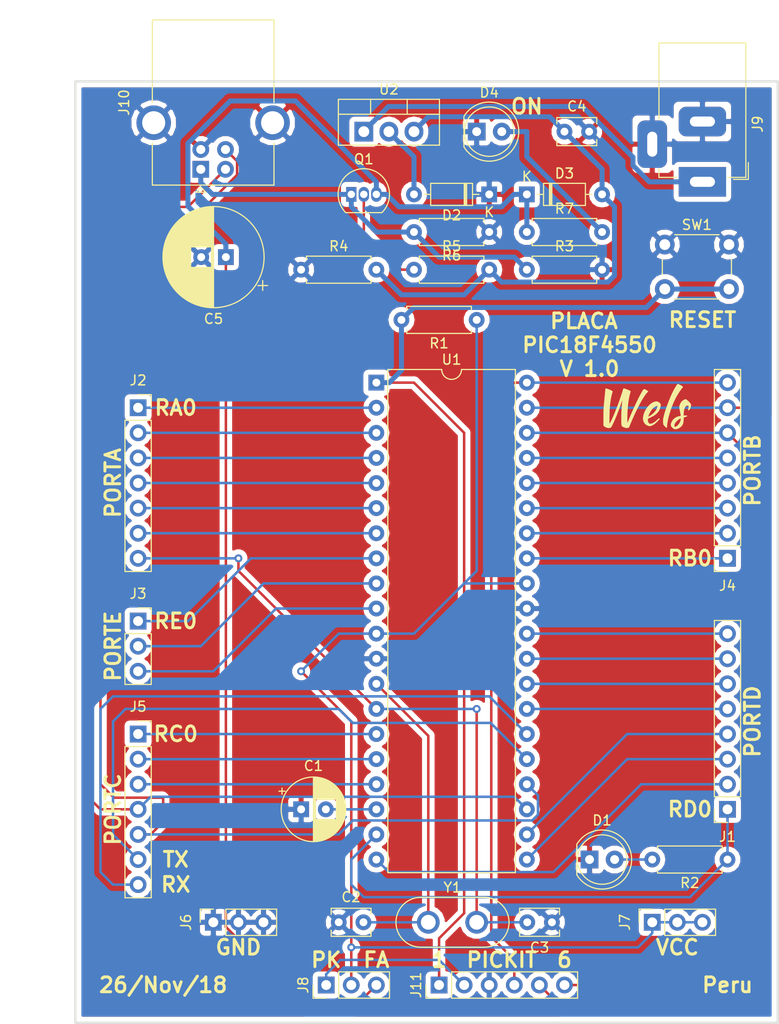
<source format=kicad_pcb>
(kicad_pcb (version 20171130) (host pcbnew "(5.0.0)")
  (layers (0 F.Cu signal) (31 B.Cu signal) (34 B.Paste user hide) (35 F.Paste user) (36 B.SilkS user) (37 F.SilkS user hide) (38 B.Mask user) (39 F.Mask user) (44 Edge.Cuts user))
  (net 0 "")
  (net 1 GND)
  (net 2 "Net-(C1-Pad2)")
  (net 3 /OS1)
  (net 4 /OS2)
  (net 5 "Net-(C4-Pad1)")
  (net 6 /Vc)
  (net 7 "Net-(D1-Pad2)")
  (net 8 "Net-(D2-Pad2)")
  (net 9 "Net-(D4-Pad2)")
  (net 10 /RD0)
  (net 11 /RD1)
  (net 12 /RD2)
  (net 13 /RD3)
  (net 14 /RD4)
  (net 15 /RD5)
  (net 16 /RD6)
  (net 17 /RD7)
  (net 18 /RA5)
  (net 19 /RA4)
  (net 20 /RA3)
  (net 21 /RA2)
  (net 22 /RA1)
  (net 23 /RA0)
  (net 24 /RE0)
  (net 25 /RE1)
  (net 26 /RE2)
  (net 27 /RB7)
  (net 28 /RB6)
  (net 29 /RB5)
  (net 30 /RB4)
  (net 31 /RB3)
  (net 32 /RB2)
  (net 33 /RB1)
  (net 34 /RB0)
  (net 35 /RC0)
  (net 36 /RC1)
  (net 37 /RC2)
  (net 38 /RC4)
  (net 39 /RC5)
  (net 40 /RC6)
  (net 41 /RC7)
  (net 42 VCC)
  (net 43 /V+)
  (net 44 "Net-(J9-Pad1)")
  (net 45 /VUSB)
  (net 46 /MCLR)
  (net 47 "Net-(Q1-Pad2)")
  (module Capacitor_THT:CP_Radial_D6.3mm_P2.50mm (layer F.Cu) (at 74.93 135.89)
    (fp_text reference C1 (at 1.25 -4.4) (layer F.SilkS))
    (fp_text value 47uF)
    (pad 1 thru_hole rect (at 0 0) (size 1.6 1.6) (drill 0.8) (layers *.Cu *.Mask) (net 1 GND))
    (pad 2 thru_hole circle (at 2.5 0) (size 1.6 1.6) (drill 0.8) (layers *.Cu *.Mask) (net 2 "Net-(C1-Pad2)"))
  )
  (module Capacitor_THT:C_Disc_D3.8mm_W2.6mm_P2.50mm (layer F.Cu) (at 78.74 147.32)
    (fp_text reference C2 (at 1.25 -2.55) (layer F.SilkS))
    (fp_text value 15pF)
    (pad 2 thru_hole circle (at 2.5 0) (size 1.6 1.6) (drill 0.8) (layers *.Cu *.Mask) (net 3 /OS1))
    (pad 1 thru_hole circle (at 0 0) (size 1.6 1.6) (drill 0.8) (layers *.Cu *.Mask) (net 1 GND))
  )
  (module Capacitor_THT:C_Disc_D3.8mm_W2.6mm_P2.50mm (layer F.Cu) (at 100.33 147.32 180)
    (fp_text reference C3 (at 1.25 -2.55 180) (layer F.SilkS))
    (fp_text value 15pF)
    (pad 1 thru_hole circle (at 0 0 180) (size 1.6 1.6) (drill 0.8) (layers *.Cu *.Mask) (net 1 GND))
    (pad 2 thru_hole circle (at 2.5 0 180) (size 1.6 1.6) (drill 0.8) (layers *.Cu *.Mask) (net 4 /OS2))
  )
  (module Capacitor_THT:C_Disc_D3.8mm_W2.6mm_P2.50mm (layer F.Cu) (at 101.6 67.31)
    (fp_text reference C4 (at 1.25 -2.55) (layer F.SilkS))
    (fp_text value 100nF)
    (pad 1 thru_hole circle (at 0 0) (size 1.6 1.6) (drill 0.8) (layers *.Cu *.Mask) (net 5 "Net-(C4-Pad1)"))
    (pad 2 thru_hole circle (at 2.5 0) (size 1.6 1.6) (drill 0.8) (layers *.Cu *.Mask) (net 1 GND))
  )
  (module LED_THT:LED_D5.0mm (layer F.Cu) (at 104.14 140.97)
    (fp_text reference D1 (at 1.27 -3.96) (layer F.SilkS))
    (fp_text value LED)
    (pad 1 thru_hole rect (at 0 0) (size 1.8 1.8) (drill 0.9) (layers *.Cu *.Mask) (net 1 GND))
    (pad 2 thru_hole circle (at 2.54 0) (size 1.8 1.8) (drill 0.9) (layers *.Cu *.Mask) (net 7 "Net-(D1-Pad2)"))
  )
  (module Diode_THT:D_DO-35_SOD27_P7.62mm_Horizontal (layer F.Cu) (at 93.98 73.66 180)
    (fp_text reference D2 (at 3.81 -2.12 180) (layer F.SilkS))
    (fp_text value 1N4148)
    (fp_text user K (at 0 -1.8 180) (layer F.SilkS))
    (pad 1 thru_hole rect (at 0 0 180) (size 1.6 1.6) (drill 0.8) (layers *.Cu *.Mask) (net 1 GND))
    (pad 2 thru_hole oval (at 7.62 0 180) (size 1.6 1.6) (drill 0.8) (layers *.Cu *.Mask) (net 8 "Net-(D2-Pad2)"))
  )
  (module Diode_THT:D_DO-35_SOD27_P7.62mm_Horizontal (layer F.Cu) (at 97.79 73.66)
    (fp_text reference D3 (at 3.81 -2.12) (layer F.SilkS))
    (fp_text value 1N4148)
    (fp_text user K (at 0 -1.8) (layer F.SilkS))
    (pad 2 thru_hole oval (at 7.62 0) (size 1.6 1.6) (drill 0.8) (layers *.Cu *.Mask) (net 5 "Net-(C4-Pad1)"))
    (pad 1 thru_hole rect (at 0 0) (size 1.6 1.6) (drill 0.8) (layers *.Cu *.Mask) (net 6 /Vc))
  )
  (module LED_THT:LED_D5.0mm (layer F.Cu) (at 92.71 67.31)
    (fp_text reference D4 (at 1.27 -3.96) (layer F.SilkS))
    (fp_text value LED)
    (pad 2 thru_hole circle (at 2.54 0) (size 1.8 1.8) (drill 0.9) (layers *.Cu *.Mask) (net 9 "Net-(D4-Pad2)"))
    (pad 1 thru_hole rect (at 0 0) (size 1.8 1.8) (drill 0.9) (layers *.Cu *.Mask) (net 1 GND))
  )
  (module Connector_PinSocket_2.54mm:PinSocket_1x08_P2.54mm_Vertical (layer F.Cu) (at 118.11 135.89 180)
    (fp_text reference J1 (at 0 -2.77 180) (layer F.SilkS))
    (fp_text value PORTD)
    (pad 1 thru_hole rect (at 0 0 180) (size 1.7 1.7) (drill 1) (layers *.Cu *.Mask) (net 10 /RD0))
    (pad 2 thru_hole oval (at 0 2.54 180) (size 1.7 1.7) (drill 1) (layers *.Cu *.Mask) (net 11 /RD1))
    (pad 3 thru_hole oval (at 0 5.08 180) (size 1.7 1.7) (drill 1) (layers *.Cu *.Mask) (net 12 /RD2))
    (pad 4 thru_hole oval (at 0 7.62 180) (size 1.7 1.7) (drill 1) (layers *.Cu *.Mask) (net 13 /RD3))
    (pad 5 thru_hole oval (at 0 10.16 180) (size 1.7 1.7) (drill 1) (layers *.Cu *.Mask) (net 14 /RD4))
    (pad 6 thru_hole oval (at 0 12.7 180) (size 1.7 1.7) (drill 1) (layers *.Cu *.Mask) (net 15 /RD5))
    (pad 7 thru_hole oval (at 0 15.24 180) (size 1.7 1.7) (drill 1) (layers *.Cu *.Mask) (net 16 /RD6))
    (pad 8 thru_hole oval (at 0 17.78 180) (size 1.7 1.7) (drill 1) (layers *.Cu *.Mask) (net 17 /RD7))
  )
  (module Connector_PinSocket_2.54mm:PinSocket_1x07_P2.54mm_Vertical (layer F.Cu) (at 58.42 95.25)
    (fp_text reference J2 (at 0 -2.77) (layer F.SilkS))
    (fp_text value PORTA)
    (pad 7 thru_hole oval (at 0 15.24) (size 1.7 1.7) (drill 1) (layers *.Cu *.Mask) (net 4 /OS2))
    (pad 6 thru_hole oval (at 0 12.7) (size 1.7 1.7) (drill 1) (layers *.Cu *.Mask) (net 18 /RA5))
    (pad 5 thru_hole oval (at 0 10.16) (size 1.7 1.7) (drill 1) (layers *.Cu *.Mask) (net 19 /RA4))
    (pad 4 thru_hole oval (at 0 7.62) (size 1.7 1.7) (drill 1) (layers *.Cu *.Mask) (net 20 /RA3))
    (pad 3 thru_hole oval (at 0 5.08) (size 1.7 1.7) (drill 1) (layers *.Cu *.Mask) (net 21 /RA2))
    (pad 2 thru_hole oval (at 0 2.54) (size 1.7 1.7) (drill 1) (layers *.Cu *.Mask) (net 22 /RA1))
    (pad 1 thru_hole rect (at 0 0) (size 1.7 1.7) (drill 1) (layers *.Cu *.Mask) (net 23 /RA0))
  )
  (module Connector_PinSocket_2.54mm:PinSocket_1x03_P2.54mm_Vertical (layer F.Cu) (at 58.42 116.84)
    (fp_text reference J3 (at 0 -2.77) (layer F.SilkS))
    (fp_text value PORTE)
    (pad 1 thru_hole rect (at 0 0) (size 1.7 1.7) (drill 1) (layers *.Cu *.Mask) (net 24 /RE0))
    (pad 2 thru_hole oval (at 0 2.54) (size 1.7 1.7) (drill 1) (layers *.Cu *.Mask) (net 25 /RE1))
    (pad 3 thru_hole oval (at 0 5.08) (size 1.7 1.7) (drill 1) (layers *.Cu *.Mask) (net 26 /RE2))
  )
  (module Connector_PinSocket_2.54mm:PinSocket_1x08_P2.54mm_Vertical (layer F.Cu) (at 118.11 110.49 180)
    (fp_text reference J4 (at 0 -2.77 180) (layer F.SilkS))
    (fp_text value PORTB)
    (pad 8 thru_hole oval (at 0 17.78 180) (size 1.7 1.7) (drill 1) (layers *.Cu *.Mask) (net 27 /RB7))
    (pad 7 thru_hole oval (at 0 15.24 180) (size 1.7 1.7) (drill 1) (layers *.Cu *.Mask) (net 28 /RB6))
    (pad 6 thru_hole oval (at 0 12.7 180) (size 1.7 1.7) (drill 1) (layers *.Cu *.Mask) (net 29 /RB5))
    (pad 5 thru_hole oval (at 0 10.16 180) (size 1.7 1.7) (drill 1) (layers *.Cu *.Mask) (net 30 /RB4))
    (pad 4 thru_hole oval (at 0 7.62 180) (size 1.7 1.7) (drill 1) (layers *.Cu *.Mask) (net 31 /RB3))
    (pad 3 thru_hole oval (at 0 5.08 180) (size 1.7 1.7) (drill 1) (layers *.Cu *.Mask) (net 32 /RB2))
    (pad 2 thru_hole oval (at 0 2.54 180) (size 1.7 1.7) (drill 1) (layers *.Cu *.Mask) (net 33 /RB1))
    (pad 1 thru_hole rect (at 0 0 180) (size 1.7 1.7) (drill 1) (layers *.Cu *.Mask) (net 34 /RB0))
  )
  (module Connector_PinSocket_2.54mm:PinSocket_1x07_P2.54mm_Vertical (layer F.Cu) (at 58.42 128.27)
    (fp_text reference J5 (at 0 -2.77) (layer F.SilkS))
    (fp_text value PORTC)
    (pad 1 thru_hole rect (at 0 0) (size 1.7 1.7) (drill 1) (layers *.Cu *.Mask) (net 35 /RC0))
    (pad 2 thru_hole oval (at 0 2.54) (size 1.7 1.7) (drill 1) (layers *.Cu *.Mask) (net 36 /RC1))
    (pad 3 thru_hole oval (at 0 5.08) (size 1.7 1.7) (drill 1) (layers *.Cu *.Mask) (net 37 /RC2))
    (pad 4 thru_hole oval (at 0 7.62) (size 1.7 1.7) (drill 1) (layers *.Cu *.Mask) (net 38 /RC4))
    (pad 5 thru_hole oval (at 0 10.16) (size 1.7 1.7) (drill 1) (layers *.Cu *.Mask) (net 39 /RC5))
    (pad 6 thru_hole oval (at 0 12.7) (size 1.7 1.7) (drill 1) (layers *.Cu *.Mask) (net 40 /RC6))
    (pad 7 thru_hole oval (at 0 15.24) (size 1.7 1.7) (drill 1) (layers *.Cu *.Mask) (net 41 /RC7))
  )
  (module Connector_PinSocket_2.54mm:PinSocket_1x03_P2.54mm_Vertical (layer F.Cu) (at 66.04 147.32 90)
    (fp_text reference J6 (at 0 -2.77 90) (layer F.SilkS))
    (fp_text value GND)
    (pad 1 thru_hole rect (at 0 0 90) (size 1.7 1.7) (drill 1) (layers *.Cu *.Mask) (net 1 GND))
    (pad 2 thru_hole oval (at 0 2.54 90) (size 1.7 1.7) (drill 1) (layers *.Cu *.Mask) (net 1 GND))
    (pad 3 thru_hole oval (at 0 5.08 90) (size 1.7 1.7) (drill 1) (layers *.Cu *.Mask) (net 1 GND))
  )
  (module Connector_PinSocket_2.54mm:PinSocket_1x03_P2.54mm_Vertical (layer F.Cu) (at 110.49 147.32 90)
    (fp_text reference J7 (at 0 -2.77 90) (layer F.SilkS))
    (fp_text value Vol)
    (pad 3 thru_hole oval (at 0 5.08 90) (size 1.7 1.7) (drill 1) (layers *.Cu *.Mask) (net 42 VCC))
    (pad 2 thru_hole oval (at 0 2.54 90) (size 1.7 1.7) (drill 1) (layers *.Cu *.Mask) (net 42 VCC))
    (pad 1 thru_hole rect (at 0 0 90) (size 1.7 1.7) (drill 1) (layers *.Cu *.Mask) (net 42 VCC))
  )
  (module Connector_PinHeader_2.54mm:PinHeader_1x03_P2.54mm_Vertical (layer F.Cu) (at 77.47 153.67 90)
    (fp_text reference J8 (at 0 -2.33 90) (layer F.SilkS))
    (fp_text value Volt)
    (pad 1 thru_hole rect (at 0 0 90) (size 1.7 1.7) (drill 1) (layers *.Cu *.Mask) (net 43 /V+))
    (pad 2 thru_hole oval (at 0 2.54 90) (size 1.7 1.7) (drill 1) (layers *.Cu *.Mask) (net 42 VCC))
    (pad 3 thru_hole oval (at 0 5.08 90) (size 1.7 1.7) (drill 1) (layers *.Cu *.Mask) (net 6 /Vc))
  )
  (module Connector_Audio:Jack_Horizontal (layer F.Cu) (at 115.57 72.39 270)
    (fp_text reference J9 (at -5.84 -5.59 270) (layer F.SilkS))
    (fp_text value Barrel_Jack_Switch)
    (pad 2 thru_hole roundrect (at -6.1 0 270) (size 3 4.8) (drill oval 1.02 2.54) (layers *.Cu *.Mask) (net 1 GND))
    (pad 1 thru_hole rect (at 0 0 270) (size 3 4.8) (drill oval 1.02 2.54) (layers *.Cu *.Mask) (net 44 "Net-(J9-Pad1)"))
    (pad 3 thru_hole roundrect (at -3.81 5.08 270) (size 4.8 3) (drill oval 2.54 1.02) (layers *.Cu *.Mask) (net 1 GND))
  )
  (module Connector_USB:USB_B_OST_USB-B1HSxx_Horizontal (layer F.Cu) (at 64.77 71.12 90)
    (fp_text reference J10 (at 6.76 -7.77 90) (layer F.SilkS))
    (fp_text value USB_B)
    (pad 1 thru_hole rect (at 0 0 90) (size 1.7 1.7) (drill 0.92) (layers *.Cu *.Mask) (net 45 /VUSB))
    (pad 2 thru_hole circle (at 0 2.5 90) (size 1.7 1.7) (drill 0.92) (layers *.Cu *.Mask) (net 38 /RC4))
    (pad 3 thru_hole circle (at 2 2.5 90) (size 1.7 1.7) (drill 0.92) (layers *.Cu *.Mask) (net 39 /RC5))
    (pad 4 thru_hole circle (at 2 0 90) (size 1.7 1.7) (drill 0.92) (layers *.Cu *.Mask) (net 1 GND))
    (pad 5 thru_hole circle (at 4.71 -4.77 90) (size 3.5 3.5) (drill 2.33) (layers *.Cu *.Mask) (net 1 GND))
    (pad 5 thru_hole circle (at 4.71 7.27 90) (size 3.5 3.5) (drill 2.33) (layers *.Cu *.Mask) (net 1 GND))
  )
  (module Package_TO_SOT_THT:TO-92_Inline (layer F.Cu) (at 80.01 73.66)
    (fp_text reference Q1 (at 1.27 -3.56) (layer F.SilkS))
    (fp_text value 2N3906)
    (pad 2 thru_hole oval (at 1.27 0) (size 1.05 1.5) (drill 0.75) (layers *.Cu *.Mask) (net 47 "Net-(Q1-Pad2)"))
    (pad 3 thru_hole oval (at 2.54 0) (size 1.05 1.5) (drill 0.75) (layers *.Cu *.Mask) (net 6 /Vc))
    (pad 1 thru_hole rect (at 0 0) (size 1.05 1.5) (drill 0.75) (layers *.Cu *.Mask) (net 45 /VUSB))
  )
  (module Resistor_THT:R_Axial_DIN0207_L6.3mm_D2.5mm_P7.62mm_Horizontal (layer F.Cu) (at 92.71 86.36 180)
    (fp_text reference R1 (at 3.81 -2.37 180) (layer F.SilkS))
    (fp_text value 10k)
    (pad 2 thru_hole oval (at 7.62 0 180) (size 1.6 1.6) (drill 0.8) (layers *.Cu *.Mask) (net 46 /MCLR))
    (pad 1 thru_hole circle (at 0 0 180) (size 1.6 1.6) (drill 0.8) (layers *.Cu *.Mask) (net 42 VCC))
  )
  (module Resistor_THT:R_Axial_DIN0207_L6.3mm_D2.5mm_P7.62mm_Horizontal (layer F.Cu) (at 118.11 140.97 180)
    (fp_text reference R2 (at 3.81 -2.37 180) (layer F.SilkS))
    (fp_text value 330)
    (pad 1 thru_hole circle (at 0 0 180) (size 1.6 1.6) (drill 0.8) (layers *.Cu *.Mask) (net 10 /RD0))
    (pad 2 thru_hole oval (at 7.62 0 180) (size 1.6 1.6) (drill 0.8) (layers *.Cu *.Mask) (net 7 "Net-(D1-Pad2)"))
  )
  (module Resistor_THT:R_Axial_DIN0207_L6.3mm_D2.5mm_P7.62mm_Horizontal (layer F.Cu) (at 97.79 81.28)
    (fp_text reference R3 (at 3.81 -2.37) (layer F.SilkS))
    (fp_text value 10k)
    (pad 2 thru_hole oval (at 7.62 0) (size 1.6 1.6) (drill 0.8) (layers *.Cu *.Mask) (net 1 GND))
    (pad 1 thru_hole circle (at 0 0) (size 1.6 1.6) (drill 0.8) (layers *.Cu *.Mask) (net 45 /VUSB))
  )
  (module Resistor_THT:R_Axial_DIN0207_L6.3mm_D2.5mm_P7.62mm_Horizontal (layer F.Cu) (at 74.93 81.28)
    (fp_text reference R4 (at 3.81 -2.37) (layer F.SilkS))
    (fp_text value 5.6K)
    (pad 1 thru_hole circle (at 0 0) (size 1.6 1.6) (drill 0.8) (layers *.Cu *.Mask) (net 1 GND))
    (pad 2 thru_hole oval (at 7.62 0) (size 1.6 1.6) (drill 0.8) (layers *.Cu *.Mask) (net 5 "Net-(C4-Pad1)"))
  )
  (module Resistor_THT:R_Axial_DIN0207_L6.3mm_D2.5mm_P7.62mm_Horizontal (layer F.Cu) (at 86.36 81.28)
    (fp_text reference R5 (at 3.81 -2.37) (layer F.SilkS))
    (fp_text value 5.6K)
    (pad 1 thru_hole circle (at 0 0) (size 1.6 1.6) (drill 0.8) (layers *.Cu *.Mask) (net 47 "Net-(Q1-Pad2)"))
    (pad 2 thru_hole oval (at 7.62 0) (size 1.6 1.6) (drill 0.8) (layers *.Cu *.Mask) (net 5 "Net-(C4-Pad1)"))
  )
  (module Resistor_THT:R_Axial_DIN0207_L6.3mm_D2.5mm_P7.62mm_Horizontal (layer F.Cu) (at 93.98 77.47 180)
    (fp_text reference R6 (at 3.81 -2.37 180) (layer F.SilkS))
    (fp_text value 10k)
    (pad 2 thru_hole oval (at 7.62 0 180) (size 1.6 1.6) (drill 0.8) (layers *.Cu *.Mask) (net 45 /VUSB))
    (pad 1 thru_hole circle (at 0 0 180) (size 1.6 1.6) (drill 0.8) (layers *.Cu *.Mask) (net 1 GND))
  )
  (module Resistor_THT:R_Axial_DIN0207_L6.3mm_D2.5mm_P7.62mm_Horizontal (layer F.Cu) (at 97.79 77.47)
    (fp_text reference R7 (at 3.81 -2.37) (layer F.SilkS))
    (fp_text value 470)
    (pad 1 thru_hole circle (at 0 0) (size 1.6 1.6) (drill 0.8) (layers *.Cu *.Mask) (net 6 /Vc))
    (pad 2 thru_hole oval (at 7.62 0) (size 1.6 1.6) (drill 0.8) (layers *.Cu *.Mask) (net 9 "Net-(D4-Pad2)"))
  )
  (module Button_Switch_THT:SW_PUSH_6mm (layer F.Cu) (at 111.76 78.74)
    (fp_text reference SW1 (at 3.25 -2) (layer F.SilkS))
    (fp_text value SW_Push)
    (pad 2 thru_hole circle (at 0 4.5 90) (size 2 2) (drill 1.1) (layers *.Cu *.Mask) (net 46 /MCLR))
    (pad 1 thru_hole circle (at 0 0 90) (size 2 2) (drill 1.1) (layers *.Cu *.Mask) (net 1 GND))
    (pad 2 thru_hole circle (at 6.5 4.5 90) (size 2 2) (drill 1.1) (layers *.Cu *.Mask) (net 46 /MCLR))
    (pad 1 thru_hole circle (at 6.5 0 90) (size 2 2) (drill 1.1) (layers *.Cu *.Mask) (net 1 GND))
  )
  (module Package_DIP:DIP-40_W15.24mm (layer F.Cu) (at 82.55 92.71)
    (fp_text reference U1 (at 7.62 -2.33) (layer F.SilkS))
    (fp_text value PIC18F4550-IP)
    (pad 1 thru_hole rect (at 0 0) (size 1.6 1.6) (drill 0.8) (layers *.Cu *.Mask) (net 46 /MCLR))
    (pad 21 thru_hole oval (at 15.24 48.26) (size 1.6 1.6) (drill 0.8) (layers *.Cu *.Mask) (net 12 /RD2))
    (pad 2 thru_hole oval (at 0 2.54) (size 1.6 1.6) (drill 0.8) (layers *.Cu *.Mask) (net 23 /RA0))
    (pad 22 thru_hole oval (at 15.24 45.72) (size 1.6 1.6) (drill 0.8) (layers *.Cu *.Mask) (net 13 /RD3))
    (pad 3 thru_hole oval (at 0 5.08) (size 1.6 1.6) (drill 0.8) (layers *.Cu *.Mask) (net 22 /RA1))
    (pad 23 thru_hole oval (at 15.24 43.18) (size 1.6 1.6) (drill 0.8) (layers *.Cu *.Mask) (net 38 /RC4))
    (pad 4 thru_hole oval (at 0 7.62) (size 1.6 1.6) (drill 0.8) (layers *.Cu *.Mask) (net 21 /RA2))
    (pad 24 thru_hole oval (at 15.24 40.64) (size 1.6 1.6) (drill 0.8) (layers *.Cu *.Mask) (net 39 /RC5))
    (pad 5 thru_hole oval (at 0 10.16) (size 1.6 1.6) (drill 0.8) (layers *.Cu *.Mask) (net 20 /RA3))
    (pad 25 thru_hole oval (at 15.24 38.1) (size 1.6 1.6) (drill 0.8) (layers *.Cu *.Mask) (net 40 /RC6))
    (pad 6 thru_hole oval (at 0 12.7) (size 1.6 1.6) (drill 0.8) (layers *.Cu *.Mask) (net 19 /RA4))
    (pad 26 thru_hole oval (at 15.24 35.56) (size 1.6 1.6) (drill 0.8) (layers *.Cu *.Mask) (net 41 /RC7))
    (pad 7 thru_hole oval (at 0 15.24) (size 1.6 1.6) (drill 0.8) (layers *.Cu *.Mask) (net 18 /RA5))
    (pad 27 thru_hole oval (at 15.24 33.02) (size 1.6 1.6) (drill 0.8) (layers *.Cu *.Mask) (net 14 /RD4))
    (pad 8 thru_hole oval (at 0 17.78) (size 1.6 1.6) (drill 0.8) (layers *.Cu *.Mask) (net 24 /RE0))
    (pad 28 thru_hole oval (at 15.24 30.48) (size 1.6 1.6) (drill 0.8) (layers *.Cu *.Mask) (net 15 /RD5))
    (pad 9 thru_hole oval (at 0 20.32) (size 1.6 1.6) (drill 0.8) (layers *.Cu *.Mask) (net 25 /RE1))
    (pad 29 thru_hole oval (at 15.24 27.94) (size 1.6 1.6) (drill 0.8) (layers *.Cu *.Mask) (net 16 /RD6))
    (pad 10 thru_hole oval (at 0 22.86) (size 1.6 1.6) (drill 0.8) (layers *.Cu *.Mask) (net 26 /RE2))
    (pad 30 thru_hole oval (at 15.24 25.4) (size 1.6 1.6) (drill 0.8) (layers *.Cu *.Mask) (net 17 /RD7))
    (pad 11 thru_hole oval (at 0 25.4) (size 1.6 1.6) (drill 0.8) (layers *.Cu *.Mask) (net 42 VCC))
    (pad 31 thru_hole oval (at 15.24 22.86) (size 1.6 1.6) (drill 0.8) (layers *.Cu *.Mask) (net 1 GND))
    (pad 12 thru_hole oval (at 0 27.94) (size 1.6 1.6) (drill 0.8) (layers *.Cu *.Mask) (net 1 GND))
    (pad 32 thru_hole oval (at 15.24 20.32) (size 1.6 1.6) (drill 0.8) (layers *.Cu *.Mask) (net 42 VCC))
    (pad 13 thru_hole oval (at 0 30.48) (size 1.6 1.6) (drill 0.8) (layers *.Cu *.Mask) (net 3 /OS1))
    (pad 33 thru_hole oval (at 15.24 17.78) (size 1.6 1.6) (drill 0.8) (layers *.Cu *.Mask) (net 34 /RB0))
    (pad 14 thru_hole oval (at 0 33.02) (size 1.6 1.6) (drill 0.8) (layers *.Cu *.Mask) (net 4 /OS2))
    (pad 34 thru_hole oval (at 15.24 15.24) (size 1.6 1.6) (drill 0.8) (layers *.Cu *.Mask) (net 33 /RB1))
    (pad 15 thru_hole oval (at 0 35.56) (size 1.6 1.6) (drill 0.8) (layers *.Cu *.Mask) (net 35 /RC0))
    (pad 35 thru_hole oval (at 15.24 12.7) (size 1.6 1.6) (drill 0.8) (layers *.Cu *.Mask) (net 32 /RB2))
    (pad 16 thru_hole oval (at 0 38.1) (size 1.6 1.6) (drill 0.8) (layers *.Cu *.Mask) (net 36 /RC1))
    (pad 36 thru_hole oval (at 15.24 10.16) (size 1.6 1.6) (drill 0.8) (layers *.Cu *.Mask) (net 31 /RB3))
    (pad 17 thru_hole oval (at 0 40.64) (size 1.6 1.6) (drill 0.8) (layers *.Cu *.Mask) (net 37 /RC2))
    (pad 37 thru_hole oval (at 15.24 7.62) (size 1.6 1.6) (drill 0.8) (layers *.Cu *.Mask) (net 30 /RB4))
    (pad 18 thru_hole oval (at 0 43.18) (size 1.6 1.6) (drill 0.8) (layers *.Cu *.Mask) (net 2 "Net-(C1-Pad2)"))
    (pad 38 thru_hole oval (at 15.24 5.08) (size 1.6 1.6) (drill 0.8) (layers *.Cu *.Mask) (net 29 /RB5))
    (pad 19 thru_hole oval (at 0 45.72) (size 1.6 1.6) (drill 0.8) (layers *.Cu *.Mask) (net 10 /RD0))
    (pad 39 thru_hole oval (at 15.24 2.54) (size 1.6 1.6) (drill 0.8) (layers *.Cu *.Mask) (net 28 /RB6))
    (pad 20 thru_hole oval (at 0 48.26) (size 1.6 1.6) (drill 0.8) (layers *.Cu *.Mask) (net 11 /RD1))
    (pad 40 thru_hole oval (at 15.24 0) (size 1.6 1.6) (drill 0.8) (layers *.Cu *.Mask) (net 27 /RB7))
  )
  (module Package_TO_SOT_THT:TO-220-3_Vertical (layer F.Cu) (at 81.28 67.31)
    (fp_text reference U2 (at 2.54 -4.27) (layer F.SilkS))
    (fp_text value L7805)
    (pad 1 thru_hole rect (at 0 0) (size 1.905 2) (drill 1.1) (layers *.Cu *.Mask) (net 44 "Net-(J9-Pad1)"))
    (pad 2 thru_hole oval (at 2.54 0) (size 1.905 2) (drill 1.1) (layers *.Cu *.Mask) (net 8 "Net-(D2-Pad2)"))
    (pad 3 thru_hole oval (at 5.08 0) (size 1.905 2) (drill 1.1) (layers *.Cu *.Mask) (net 5 "Net-(C4-Pad1)"))
  )
  (module Crystal:Crystal_HC50_Vertical (layer F.Cu) (at 87.81 147.32)
    (fp_text reference Y1 (at 2.45 -3.525) (layer F.SilkS))
    (fp_text value 20MHz)
    (pad 1 thru_hole circle (at 0 0) (size 2.3 2.3) (drill 1.5) (layers *.Cu *.Mask) (net 3 /OS1))
    (pad 2 thru_hole circle (at 4.9 0) (size 2.3 2.3) (drill 1.5) (layers *.Cu *.Mask) (net 4 /OS2))
  )
  (module Capacitor_THT:CP_Radial_D10.0mm_P2.50mm (layer F.Cu) (at 67.31 80.01 180)
    (fp_text reference C5 (at 1.25 -6.25 180) (layer F.SilkS))
    (fp_text value 220uF)
    (pad 1 thru_hole rect (at 0 0 180) (size 1.6 1.6) (drill 0.8) (layers *.Cu *.Mask) (net 6 /Vc))
    (pad 2 thru_hole circle (at 2.5 0 180) (size 1.6 1.6) (drill 0.8) (layers *.Cu *.Mask) (net 1 GND))
  )
  (module Connector_PinHeader_2.54mm:PinHeader_1x06_P2.54mm_Vertical (layer F.Cu) (at 88.9 153.67 90)
    (fp_text reference J11 (at 0 -2.33 90) (layer F.SilkS))
    (fp_text value PICKIT)
    (pad 1 thru_hole rect (at 0 0 90) (size 1.7 1.7) (drill 1) (layers *.Cu *.Mask) (net 46 /MCLR))
    (pad 2 thru_hole oval (at 0 2.54 90) (size 1.7 1.7) (drill 1) (layers *.Cu *.Mask) (net 43 /V+))
    (pad 3 thru_hole oval (at 0 5.08 90) (size 1.7 1.7) (drill 1) (layers *.Cu *.Mask) (net 1 GND))
    (pad 4 thru_hole oval (at 0 7.62 90) (size 1.7 1.7) (drill 1) (layers *.Cu *.Mask) (net 27 /RB7))
    (pad 5 thru_hole oval (at 0 10.16 90) (size 1.7 1.7) (drill 1) (layers *.Cu *.Mask) (net 28 /RB6))
    (pad 6 thru_hole oval (at 0 12.7 90) (size 1.7 1.7) (drill 1) (layers *.Cu *.Mask) (net 29 /RB5))
  )
  (module Placa_PIC18F4550:Logo_Wels1 (layer F.Cu) (at 109.22 95.25)
    (fp_text reference G*** hide)
    (fp_text value LOGO hide)
  )
  (gr_text Peru (at 118.11 153.67) (layer F.SilkS) (effects (font (size 1.5 1.5) (thickness 0.3))))
  (gr_text 26/Nov/18 (at 60.96 153.67) (layer F.SilkS) (effects (font (size 1.5 1.5) (thickness 0.3))))
  (gr_text "PLACA \nPIC18F4550\nV 1.0" (at 104.14 88.9) (layer F.SilkS) (effects (font (size 1.5 1.5) (thickness 0.3))))
  (gr_text RX (at 62.23 143.51) (layer F.SilkS) (effects (font (size 1.5 1.5) (thickness 0.3))))
  (gr_text TX (at 62.23 140.97) (layer F.SilkS) (effects (font (size 1.5 1.5) (thickness 0.3))))
  (gr_text ON (at 97.79 64.77) (layer F.SilkS) (effects (font (size 1.5 1.5) (thickness 0.3))))
  (gr_text RESET (at 115.57 86.36) (layer F.SilkS) (effects (font (size 1.5 1.5) (thickness 0.3))))
  (gr_text PORTB (at 120.65 101.6 90) (layer F.SilkS) (effects (font (size 1.5 1.5) (thickness 0.3))))
  (gr_text RB0 (at 114.3 110.49) (layer F.SilkS) (effects (font (size 1.5 1.5) (thickness 0.3))))
  (gr_text PORTD (at 120.65 127 90) (layer F.SilkS) (effects (font (size 1.5 1.5) (thickness 0.3))))
  (gr_text RD0 (at 114.3 135.89) (layer F.SilkS) (effects (font (size 1.5 1.5) (thickness 0.3))))
  (gr_text 6 (at 101.6 151.13) (layer F.SilkS) (effects (font (size 1.5 1.5) (thickness 0.3))))
  (gr_text 1 (at 88.9 151.13) (layer F.SilkS) (effects (font (size 1.5 1.5) (thickness 0.3))))
  (gr_text PICKIT (at 95.25 151.13) (layer F.SilkS) (effects (font (size 1.5 1.5) (thickness 0.3))))
  (gr_text PK (at 77.47 151.13) (layer F.SilkS) (effects (font (size 1.5 1.5) (thickness 0.3))))
  (gr_text FA (at 82.55 151.13) (layer F.SilkS) (effects (font (size 1.5 1.5) (thickness 0.3))))
  (gr_text VCC (at 113.03 149.86) (layer F.SilkS) (effects (font (size 1.5 1.5) (thickness 0.3))))
  (gr_text GND (at 68.58 149.86) (layer F.SilkS) (effects (font (size 1.5 1.5) (thickness 0.3))))
  (gr_text PORTC (at 55.88 135.89 90) (layer F.SilkS) (effects (font (size 1.5 1.5) (thickness 0.3))))
  (gr_text RC0 (at 62.23 128.27) (layer F.SilkS) (effects (font (size 1.5 1.5) (thickness 0.3))))
  (gr_text RE0 (at 62.23 116.84) (layer F.SilkS) (effects (font (size 1.5 1.5) (thickness 0.3))))
  (gr_text PORTE (at 55.88 119.38 90) (layer F.SilkS) (effects (font (size 1.5 1.5) (thickness 0.3))))
  (gr_text RA0 (at 62.23 95.25) (layer F.SilkS) (effects (font (size 1.5 1.5) (thickness 0.3))))
  (gr_text PORTA (at 55.88 102.87 90) (layer F.SilkS) (effects (font (size 1.5 1.5) (thickness 0.3))))
  (gr_line (start 52.07 62.23) (end 57.15 62.23) (layer Edge.Cuts) (width 0.2))
  (gr_line (start 52.07 157.48) (end 52.07 62.23) (layer Edge.Cuts) (width 0.2))
  (gr_line (start 123.19 157.48) (end 52.07 157.48) (layer Edge.Cuts) (width 0.2))
  (gr_line (start 123.19 156.21) (end 123.19 157.48) (layer Edge.Cuts) (width 0.2))
  (gr_line (start 123.19 62.23) (end 123.19 156.21) (layer Edge.Cuts) (width 0.2))
  (gr_line (start 105.41 62.23) (end 123.19 62.23) (layer Edge.Cuts) (width 0.2))
  (gr_line (start 57.15 62.23) (end 105.41 62.23) (layer Edge.Cuts) (width 0.2))
  (segment (start 82.55 135.89) (end 77.43 135.89) (width 0.254) (layer B.Cu) (net 2))
  (segment (start 87.81 147.32) (end 81.24 147.32) (width 0.254) (layer B.Cu) (net 3))
  (segment (start 87.81 128.45) (end 82.55 123.19) (width 0.254) (layer F.Cu) (net 3))
  (segment (start 87.81 147.32) (end 87.81 128.45) (width 0.254) (layer F.Cu) (net 3))
  (segment (start 97.83 147.32) (end 92.71 147.32) (width 0.254) (layer B.Cu) (net 4))
  (segment (start 92.71 147.32) (end 92.71 125.73) (width 0.254) (layer F.Cu) (net 4))
  (segment (start 92.71 125.73) (end 92.71 125.73) (width 0.254) (layer F.Cu) (net 4))
  (via (at 92.71 125.73) (size 0.8) (drill 0.4) (layers F.Cu B.Cu) (net 4))
  (segment (start 82.55 125.73) (end 92.71 125.73) (width 0.254) (layer B.Cu) (net 4))
  (segment (start 82.55 125.73) (end 68.58 111.76) (width 0.254) (layer F.Cu) (net 4))
  (segment (start 68.58 111.76) (end 68.58 110.49) (width 0.254) (layer F.Cu) (net 4))
  (segment (start 68.58 110.49) (end 68.58 110.49) (width 0.254) (layer F.Cu) (net 4))
  (via (at 68.58 110.49) (size 0.8) (drill 0.4) (layers F.Cu B.Cu) (net 4))
  (segment (start 68.58 110.49) (end 58.42 110.49) (width 0.254) (layer B.Cu) (net 4))
  (segment (start 105.41 71.12) (end 101.6 67.31) (width 0.508) (layer B.Cu) (net 5))
  (segment (start 105.41 73.66) (end 105.41 71.12) (width 0.508) (layer B.Cu) (net 5))
  (segment (start 93.180001 82.079999) (end 93.98 81.28) (width 0.508) (layer B.Cu) (net 5))
  (segment (start 91.44 83.82) (end 93.180001 82.079999) (width 0.508) (layer B.Cu) (net 5))
  (segment (start 85.09 83.82) (end 91.44 83.82) (width 0.508) (layer B.Cu) (net 5))
  (segment (start 82.55 81.28) (end 85.09 83.82) (width 0.508) (layer B.Cu) (net 5))
  (segment (start 106.209999 74.459999) (end 105.41 73.66) (width 0.508) (layer B.Cu) (net 5))
  (segment (start 106.664001 74.914001) (end 106.209999 74.459999) (width 0.508) (layer B.Cu) (net 5))
  (segment (start 106.664001 81.881921) (end 106.664001 74.914001) (width 0.508) (layer B.Cu) (net 5))
  (segment (start 106.011921 82.534001) (end 106.664001 81.881921) (width 0.508) (layer B.Cu) (net 5))
  (segment (start 95.234001 82.534001) (end 106.011921 82.534001) (width 0.508) (layer B.Cu) (net 5))
  (segment (start 93.98 81.28) (end 95.234001 82.534001) (width 0.508) (layer B.Cu) (net 5))
  (segment (start 100.800001 66.510001) (end 101.6 67.31) (width 0.508) (layer B.Cu) (net 5))
  (segment (start 100.092 65.802) (end 100.800001 66.510001) (width 0.508) (layer B.Cu) (net 5))
  (segment (start 87.8205 65.802) (end 100.092 65.802) (width 0.508) (layer B.Cu) (net 5))
  (segment (start 86.36 67.2625) (end 87.8205 65.802) (width 0.508) (layer B.Cu) (net 5))
  (segment (start 86.36 67.31) (end 86.36 67.2625) (width 0.508) (layer B.Cu) (net 5))
  (segment (start 97.79 77.47) (end 97.79 73.66) (width 0.508) (layer B.Cu) (net 6))
  (segment (start 96.482 73.66) (end 97.79 73.66) (width 0.508) (layer B.Cu) (net 6))
  (segment (start 95.227999 74.914001) (end 96.482 73.66) (width 0.508) (layer B.Cu) (net 6))
  (segment (start 84.837001 74.914001) (end 95.227999 74.914001) (width 0.508) (layer B.Cu) (net 6))
  (segment (start 83.583 73.66) (end 84.837001 74.914001) (width 0.508) (layer B.Cu) (net 6))
  (segment (start 82.55 73.66) (end 83.583 73.66) (width 0.508) (layer B.Cu) (net 6))
  (segment (start 82.55 72.402) (end 82.55 73.66) (width 0.508) (layer B.Cu) (net 6))
  (segment (start 74.353999 64.205999) (end 82.55 72.402) (width 0.508) (layer B.Cu) (net 6))
  (segment (start 67.754079 64.205999) (end 74.353999 64.205999) (width 0.508) (layer B.Cu) (net 6))
  (segment (start 63.465999 68.494079) (end 67.754079 64.205999) (width 0.508) (layer B.Cu) (net 6))
  (segment (start 63.465999 74.857999) (end 63.465999 68.494079) (width 0.508) (layer B.Cu) (net 6))
  (segment (start 67.31 78.702) (end 63.465999 74.857999) (width 0.508) (layer B.Cu) (net 6))
  (segment (start 67.31 80.01) (end 67.31 78.702) (width 0.508) (layer B.Cu) (net 6))
  (segment (start 67.31 147.791962) (end 75.728038 156.21) (width 0.254) (layer F.Cu) (net 6))
  (segment (start 67.31 80.01) (end 67.31 147.791962) (width 0.254) (layer F.Cu) (net 6))
  (segment (start 80.01 156.21) (end 82.55 153.67) (width 0.254) (layer F.Cu) (net 6))
  (segment (start 75.728038 156.21) (end 80.01 156.21) (width 0.254) (layer F.Cu) (net 6))
  (segment (start 110.49 140.97) (end 106.68 140.97) (width 0.254) (layer B.Cu) (net 7))
  (segment (start 83.82 67.3575) (end 83.82 67.31) (width 0.508) (layer B.Cu) (net 8))
  (segment (start 85.2805 68.818) (end 83.82 67.3575) (width 0.508) (layer B.Cu) (net 8))
  (segment (start 85.328 68.818) (end 85.2805 68.818) (width 0.508) (layer B.Cu) (net 8))
  (segment (start 86.36 69.85) (end 85.328 68.818) (width 0.508) (layer B.Cu) (net 8))
  (segment (start 86.36 73.66) (end 86.36 69.85) (width 0.508) (layer B.Cu) (net 8))
  (segment (start 95.25 67.31) (end 97.79 67.31) (width 0.508) (layer B.Cu) (net 9))
  (segment (start 97.79 69.85) (end 105.41 77.47) (width 0.508) (layer B.Cu) (net 9))
  (segment (start 97.79 67.31) (end 97.79 69.85) (width 0.508) (layer B.Cu) (net 9))
  (segment (start 118.11 140.97) (end 118.11 135.89) (width 0.254) (layer B.Cu) (net 10))
  (segment (start 82.55 138.43) (end 80.01 140.97) (width 0.254) (layer B.Cu) (net 10))
  (segment (start 80.01 140.97) (end 80.01 143.51) (width 0.254) (layer B.Cu) (net 10))
  (segment (start 80.01 143.51) (end 81.28 144.78) (width 0.254) (layer B.Cu) (net 10))
  (segment (start 81.28 144.78) (end 114.3 144.78) (width 0.254) (layer B.Cu) (net 10))
  (segment (start 114.3 144.78) (end 118.11 140.97) (width 0.254) (layer B.Cu) (net 10))
  (segment (start 116.907919 133.35) (end 118.11 133.35) (width 0.254) (layer B.Cu) (net 11))
  (segment (start 109.371398 133.35) (end 116.907919 133.35) (width 0.254) (layer B.Cu) (net 11))
  (segment (start 100.481398 142.24) (end 109.371398 133.35) (width 0.254) (layer B.Cu) (net 11))
  (segment (start 83.82 142.24) (end 100.481398 142.24) (width 0.254) (layer B.Cu) (net 11))
  (segment (start 82.55 140.97) (end 83.82 142.24) (width 0.254) (layer B.Cu) (net 11))
  (segment (start 107.95 130.81) (end 118.11 130.81) (width 0.254) (layer B.Cu) (net 12))
  (segment (start 97.79 140.97) (end 107.95 130.81) (width 0.254) (layer B.Cu) (net 12))
  (segment (start 107.95 128.27) (end 97.79 138.43) (width 0.254) (layer B.Cu) (net 13))
  (segment (start 118.11 128.27) (end 107.95 128.27) (width 0.254) (layer B.Cu) (net 13))
  (segment (start 97.79 125.73) (end 118.11 125.73) (width 0.254) (layer B.Cu) (net 14))
  (segment (start 97.79 123.19) (end 118.11 123.19) (width 0.254) (layer B.Cu) (net 15))
  (segment (start 97.79 123.19) (end 118.11 123.19) (width 0.254) (layer B.Cu) (net 15))
  (segment (start 97.79 120.65) (end 118.11 120.65) (width 0.254) (layer B.Cu) (net 16))
  (segment (start 97.79 118.11) (end 118.11 118.11) (width 0.25) (layer B.Cu) (net 17))
  (segment (start 82.55 107.95) (end 58.42 107.95) (width 0.254) (layer B.Cu) (net 18))
  (segment (start 82.55 105.41) (end 58.42 105.41) (width 0.254) (layer B.Cu) (net 19))
  (segment (start 82.55 102.87) (end 58.42 102.87) (width 0.254) (layer B.Cu) (net 20))
  (segment (start 82.55 100.33) (end 58.42 100.33) (width 0.254) (layer B.Cu) (net 21))
  (segment (start 82.55 97.79) (end 58.42 97.79) (width 0.254) (layer B.Cu) (net 22))
  (segment (start 82.55 95.25) (end 58.42 95.25) (width 0.254) (layer B.Cu) (net 23))
  (segment (start 58.42 116.84) (end 63.5 116.84) (width 0.254) (layer B.Cu) (net 24))
  (segment (start 63.5 116.84) (end 69.85 110.49) (width 0.254) (layer B.Cu) (net 24))
  (segment (start 69.85 110.49) (end 82.55 110.49) (width 0.254) (layer B.Cu) (net 24))
  (segment (start 58.42 119.38) (end 64.77 119.38) (width 0.254) (layer B.Cu) (net 25))
  (segment (start 64.77 119.38) (end 71.12 113.03) (width 0.254) (layer B.Cu) (net 25))
  (segment (start 71.12 113.03) (end 82.55 113.03) (width 0.254) (layer B.Cu) (net 25))
  (segment (start 58.42 121.92) (end 66.04 121.92) (width 0.254) (layer B.Cu) (net 26))
  (segment (start 66.04 121.92) (end 72.39 115.57) (width 0.254) (layer B.Cu) (net 26))
  (segment (start 72.39 115.57) (end 82.55 115.57) (width 0.254) (layer B.Cu) (net 26))
  (segment (start 97.79 92.71) (end 118.11 92.71) (width 0.254) (layer B.Cu) (net 27))
  (segment (start 96.52 92.71) (end 97.79 92.71) (width 0.254) (layer F.Cu) (net 27))
  (segment (start 94.187001 95.042999) (end 96.52 92.71) (width 0.254) (layer F.Cu) (net 27))
  (segment (start 94.187001 148.797001) (end 94.187001 95.042999) (width 0.254) (layer F.Cu) (net 27))
  (segment (start 96.52 153.67) (end 96.52 151.13) (width 0.254) (layer F.Cu) (net 27))
  (segment (start 96.52 151.13) (end 94.187001 148.797001) (width 0.254) (layer F.Cu) (net 27))
  (segment (start 97.79 95.25) (end 118.11 95.25) (width 0.254) (layer B.Cu) (net 28))
  (segment (start 120.65 95.25) (end 118.11 95.25) (width 0.254) (layer F.Cu) (net 28))
  (segment (start 121.92 96.52) (end 120.65 95.25) (width 0.254) (layer F.Cu) (net 28))
  (segment (start 121.92 154.94) (end 121.92 96.52) (width 0.254) (layer F.Cu) (net 28))
  (segment (start 120.65 156.21) (end 121.92 154.94) (width 0.254) (layer F.Cu) (net 28))
  (segment (start 99.06 153.67) (end 101.6 156.21) (width 0.254) (layer F.Cu) (net 28))
  (segment (start 101.6 156.21) (end 120.65 156.21) (width 0.254) (layer F.Cu) (net 28))
  (segment (start 97.79 97.79) (end 118.11 97.79) (width 0.254) (layer B.Cu) (net 29))
  (segment (start 101.6 153.67) (end 116.84 153.67) (width 0.254) (layer F.Cu) (net 29))
  (segment (start 116.84 153.67) (end 120.65 149.86) (width 0.254) (layer F.Cu) (net 29))
  (segment (start 120.65 100.33) (end 118.11 97.79) (width 0.254) (layer F.Cu) (net 29))
  (segment (start 120.65 149.86) (end 120.65 100.33) (width 0.254) (layer F.Cu) (net 29))
  (segment (start 97.79 100.33) (end 118.11 100.33) (width 0.254) (layer B.Cu) (net 30))
  (segment (start 97.79 102.87) (end 118.11 102.87) (width 0.254) (layer B.Cu) (net 31))
  (segment (start 97.79 105.41) (end 118.11 105.41) (width 0.254) (layer B.Cu) (net 32))
  (segment (start 97.79 107.95) (end 118.11 107.95) (width 0.254) (layer B.Cu) (net 33))
  (segment (start 97.79 110.49) (end 118.11 110.49) (width 0.254) (layer B.Cu) (net 34))
  (segment (start 58.42 128.27) (end 82.55 128.27) (width 0.254) (layer B.Cu) (net 35))
  (segment (start 58.42 130.81) (end 82.55 130.81) (width 0.254) (layer B.Cu) (net 36))
  (segment (start 58.42 133.35) (end 82.55 133.35) (width 0.254) (layer B.Cu) (net 37))
  (segment (start 96.990001 135.090001) (end 97.79 135.89) (width 0.254) (layer B.Cu) (net 38))
  (segment (start 96.52 134.62) (end 96.990001 135.090001) (width 0.254) (layer B.Cu) (net 38))
  (segment (start 59.69 134.62) (end 96.52 134.62) (width 0.254) (layer B.Cu) (net 38))
  (segment (start 58.42 135.89) (end 59.69 134.62) (width 0.254) (layer B.Cu) (net 38))
  (segment (start 54.61 135.89) (end 58.42 135.89) (width 0.254) (layer F.Cu) (net 38))
  (segment (start 53.34 134.62) (end 54.61 135.89) (width 0.254) (layer F.Cu) (net 38))
  (segment (start 53.34 76.2) (end 53.34 134.62) (width 0.254) (layer F.Cu) (net 38))
  (segment (start 54.61 74.93) (end 53.34 76.2) (width 0.254) (layer F.Cu) (net 38))
  (segment (start 67.27 71.12) (end 63.46 74.93) (width 0.254) (layer F.Cu) (net 38))
  (segment (start 63.46 74.93) (end 54.61 74.93) (width 0.254) (layer F.Cu) (net 38))
  (segment (start 58.42 138.43) (end 78.74 138.43) (width 0.254) (layer B.Cu) (net 39))
  (segment (start 98.589999 134.149999) (end 97.79 133.35) (width 0.254) (layer B.Cu) (net 39))
  (segment (start 98.917001 134.477001) (end 98.589999 134.149999) (width 0.254) (layer B.Cu) (net 39))
  (segment (start 98.917001 136.430961) (end 98.917001 134.477001) (width 0.254) (layer B.Cu) (net 39))
  (segment (start 98.330961 137.017001) (end 98.917001 136.430961) (width 0.254) (layer B.Cu) (net 39))
  (segment (start 80.152999 137.017001) (end 98.330961 137.017001) (width 0.254) (layer B.Cu) (net 39))
  (segment (start 78.74 138.43) (end 80.152999 137.017001) (width 0.254) (layer B.Cu) (net 39))
  (segment (start 60.867001 134.712999) (end 60.96 134.805998) (width 0.254) (layer F.Cu) (net 39))
  (segment (start 55.972999 134.712999) (end 60.867001 134.712999) (width 0.254) (layer F.Cu) (net 39))
  (segment (start 54.61 133.35) (end 55.972999 134.712999) (width 0.254) (layer F.Cu) (net 39))
  (segment (start 68.447001 70.297001) (end 68.447001 71.684961) (width 0.254) (layer F.Cu) (net 39))
  (segment (start 67.27 69.12) (end 68.447001 70.297001) (width 0.254) (layer F.Cu) (net 39))
  (segment (start 68.447001 71.684961) (end 62.661962 77.47) (width 0.254) (layer F.Cu) (net 39))
  (segment (start 59.69 138.43) (end 58.42 138.43) (width 0.254) (layer F.Cu) (net 39))
  (segment (start 62.661962 77.47) (end 57.15 77.47) (width 0.254) (layer F.Cu) (net 39))
  (segment (start 60.96 134.805998) (end 60.96 137.16) (width 0.254) (layer F.Cu) (net 39))
  (segment (start 57.15 77.47) (end 54.61 80.01) (width 0.254) (layer F.Cu) (net 39))
  (segment (start 60.96 137.16) (end 59.69 138.43) (width 0.254) (layer F.Cu) (net 39))
  (segment (start 54.61 80.01) (end 54.61 133.35) (width 0.254) (layer F.Cu) (net 39))
  (segment (start 58.42 140.97) (end 55.88 138.43) (width 0.254) (layer B.Cu) (net 40))
  (segment (start 55.88 138.43) (end 55.88 127) (width 0.254) (layer B.Cu) (net 40))
  (segment (start 55.88 127) (end 57.15 125.73) (width 0.254) (layer B.Cu) (net 40))
  (segment (start 57.15 125.73) (end 78.74 125.73) (width 0.254) (layer B.Cu) (net 40))
  (segment (start 96.990001 130.010001) (end 97.79 130.81) (width 0.254) (layer B.Cu) (net 40))
  (segment (start 94.122999 127.142999) (end 96.990001 130.010001) (width 0.254) (layer B.Cu) (net 40))
  (segment (start 80.152999 127.142999) (end 94.122999 127.142999) (width 0.254) (layer B.Cu) (net 40))
  (segment (start 78.74 125.73) (end 80.152999 127.142999) (width 0.254) (layer B.Cu) (net 40))
  (segment (start 58.42 143.51) (end 55.88 143.51) (width 0.254) (layer B.Cu) (net 41))
  (segment (start 55.88 143.51) (end 54.61 142.24) (width 0.254) (layer B.Cu) (net 41))
  (segment (start 54.61 142.24) (end 54.61 125.73) (width 0.254) (layer B.Cu) (net 41))
  (segment (start 54.61 125.73) (end 55.88 124.46) (width 0.254) (layer B.Cu) (net 41))
  (segment (start 93.98 124.46) (end 97.79 128.27) (width 0.254) (layer B.Cu) (net 41))
  (segment (start 55.88 124.46) (end 93.98 124.46) (width 0.254) (layer B.Cu) (net 41))
  (segment (start 115.57 147.32) (end 113.03 147.32) (width 0.254) (layer B.Cu) (net 42))
  (segment (start 110.49 147.32) (end 113.03 147.32) (width 0.254) (layer B.Cu) (net 42))
  (segment (start 82.55 118.11) (end 86.36 118.11) (width 0.254) (layer B.Cu) (net 42))
  (segment (start 91.44 113.03) (end 97.79 113.03) (width 0.254) (layer B.Cu) (net 42))
  (segment (start 86.36 118.11) (end 91.44 113.03) (width 0.254) (layer B.Cu) (net 42))
  (segment (start 92.71 86.36) (end 92.71 111.76) (width 0.254) (layer B.Cu) (net 42))
  (segment (start 92.71 111.76) (end 91.44 113.03) (width 0.254) (layer B.Cu) (net 42))
  (segment (start 80.01 153.67) (end 80.01 149.86) (width 0.254) (layer F.Cu) (net 42))
  (segment (start 80.01 127) (end 74.93 121.92) (width 0.254) (layer F.Cu) (net 42))
  (segment (start 80.01 149.86) (end 80.01 127) (width 0.254) (layer F.Cu) (net 42))
  (via (at 80.01 149.86) (size 0.8) (drill 0.4) (layers F.Cu B.Cu) (net 42))
  (segment (start 110.49 148.424) (end 110.49 147.32) (width 0.254) (layer B.Cu) (net 42))
  (segment (start 109.054 149.86) (end 110.49 148.424) (width 0.254) (layer B.Cu) (net 42))
  (segment (start 80.01 149.86) (end 109.054 149.86) (width 0.254) (layer B.Cu) (net 42))
  (segment (start 74.93 121.92) (end 74.93 121.92) (width 0.254) (layer F.Cu) (net 42))
  (via (at 74.93 121.92) (size 0.8) (drill 0.4) (layers F.Cu B.Cu) (net 42))
  (segment (start 74.93 121.92) (end 78.74 118.11) (width 0.254) (layer B.Cu) (net 42))
  (segment (start 78.74 118.11) (end 82.55 118.11) (width 0.254) (layer B.Cu) (net 42))
  (segment (start 91.44 153.67) (end 90.17 152.4) (width 0.254) (layer B.Cu) (net 43))
  (segment (start 77.47 152.566) (end 78.906 151.13) (width 0.254) (layer B.Cu) (net 43))
  (segment (start 77.47 153.67) (end 77.47 152.566) (width 0.254) (layer B.Cu) (net 43))
  (segment (start 88.9 151.13) (end 91.44 153.67) (width 0.254) (layer B.Cu) (net 43))
  (segment (start 78.906 151.13) (end 88.9 151.13) (width 0.254) (layer B.Cu) (net 43))
  (segment (start 81.28 67.2625) (end 83.7725 64.77) (width 0.508) (layer B.Cu) (net 44))
  (segment (start 81.28 67.31) (end 81.28 67.2625) (width 0.508) (layer B.Cu) (net 44))
  (segment (start 112.662 72.39) (end 115.57 72.39) (width 0.508) (layer B.Cu) (net 44))
  (segment (start 110.197272 72.39) (end 112.662 72.39) (width 0.508) (layer B.Cu) (net 44))
  (segment (start 108.53599 70.728718) (end 110.197272 72.39) (width 0.508) (layer B.Cu) (net 44))
  (segment (start 108.53599 69.890068) (end 108.53599 70.728718) (width 0.508) (layer B.Cu) (net 44))
  (segment (start 103.415922 64.77) (end 108.53599 69.890068) (width 0.508) (layer B.Cu) (net 44))
  (segment (start 83.7725 64.77) (end 103.415922 64.77) (width 0.508) (layer B.Cu) (net 44))
  (segment (start 87.159999 78.269999) (end 86.36 77.47) (width 0.508) (layer B.Cu) (net 45))
  (segment (start 88.9 80.01) (end 87.159999 78.269999) (width 0.508) (layer B.Cu) (net 45))
  (segment (start 96.52 80.01) (end 88.9 80.01) (width 0.508) (layer B.Cu) (net 45))
  (segment (start 97.79 81.28) (end 96.52 80.01) (width 0.508) (layer B.Cu) (net 45))
  (segment (start 82.562 77.47) (end 86.36 77.47) (width 0.508) (layer B.Cu) (net 45))
  (segment (start 80.01 74.918) (end 82.562 77.47) (width 0.508) (layer B.Cu) (net 45))
  (segment (start 80.01 73.66) (end 80.01 74.918) (width 0.508) (layer B.Cu) (net 45))
  (segment (start 64.77 72.478) (end 64.77 71.12) (width 0.508) (layer B.Cu) (net 45))
  (segment (start 65.952 73.66) (end 64.77 72.478) (width 0.508) (layer B.Cu) (net 45))
  (segment (start 80.01 73.66) (end 65.952 73.66) (width 0.508) (layer B.Cu) (net 45))
  (segment (start 83.858 92.71) (end 82.55 92.71) (width 0.508) (layer B.Cu) (net 46))
  (segment (start 85.09 91.478) (end 83.858 92.71) (width 0.508) (layer B.Cu) (net 46))
  (segment (start 85.09 86.36) (end 85.09 91.478) (width 0.508) (layer B.Cu) (net 46))
  (segment (start 116.845787 83.24) (end 111.76 83.24) (width 0.508) (layer B.Cu) (net 46))
  (segment (start 118.26 83.24) (end 116.845787 83.24) (width 0.508) (layer B.Cu) (net 46))
  (segment (start 110.760001 84.239999) (end 111.76 83.24) (width 0.508) (layer B.Cu) (net 46))
  (segment (start 109.894001 85.105999) (end 110.760001 84.239999) (width 0.508) (layer B.Cu) (net 46))
  (segment (start 86.344001 85.105999) (end 109.894001 85.105999) (width 0.508) (layer B.Cu) (net 46))
  (segment (start 85.09 86.36) (end 86.344001 85.105999) (width 0.508) (layer B.Cu) (net 46))
  (segment (start 88.9 148.944038) (end 91.44 146.404038) (width 0.254) (layer F.Cu) (net 46))
  (segment (start 88.9 153.67) (end 88.9 148.944038) (width 0.254) (layer F.Cu) (net 46))
  (segment (start 91.44 146.404038) (end 91.44 97.79) (width 0.254) (layer F.Cu) (net 46))
  (segment (start 86.36 92.71) (end 82.55 92.71) (width 0.254) (layer F.Cu) (net 46))
  (segment (start 91.44 97.79) (end 86.36 92.71) (width 0.254) (layer F.Cu) (net 46))
  (segment (start 88.9 153.67) (end 88.9 152.4) (width 0.254) (layer F.Cu) (net 46))
  (segment (start 86.36 81.28) (end 85.09 81.28) (width 0.254) (layer F.Cu) (net 47))
  (segment (start 85.09 81.28) (end 81.28 77.47) (width 0.254) (layer F.Cu) (net 47))
  (segment (start 81.28 77.47) (end 81.28 73.66) (width 0.254) (layer F.Cu) (net 47))
  (zone (net 1) (net_name GND) (layer B.Cu) (connect_pads (clearance 0.508)) (min_thickness 0.254) (fill yes (arc_segments 16) (thermal_gap 0.508) (thermal_bridge_width 0.508))
    (polygon (pts (xy 52.07 62.23) (xy 123.19 62.23) (xy 123.19 157.48) (xy 52.07 157.48)))
  )
  (zone (net 1) (net_name GND) (layer F.Cu) (connect_pads (clearance 0.508)) (min_thickness 0.254) (fill yes (arc_segments 16) (thermal_gap 0.508) (thermal_bridge_width 0.508))
    (polygon (pts (xy 52.07 62.23) (xy 123.19 62.23) (xy 123.19 157.48) (xy 52.07 157.48)))
  )
)
</source>
